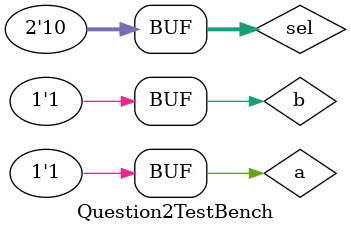
<source format=v>
`timescale 1ns / 1ps


module Question2TestBench();


reg a;
reg b;
reg [1:0]sel;
wire out;
Lab5Question2 MUX(.A(a),.B(b),.sel(sel),.Y(out));
initial begin
a=0;
b=0;
sel=2'b00;

#10
a=1;
b=0;
sel=2'b01;
#10
a=0;
b=1;
sel=2'b10;
#10
a=1;
b=1;
sel=2'b11;
#10
a=0;
b=0;
sel=2'b11;
#10
a=1;
b=1;
sel=2'b10;
end
endmodule

</source>
